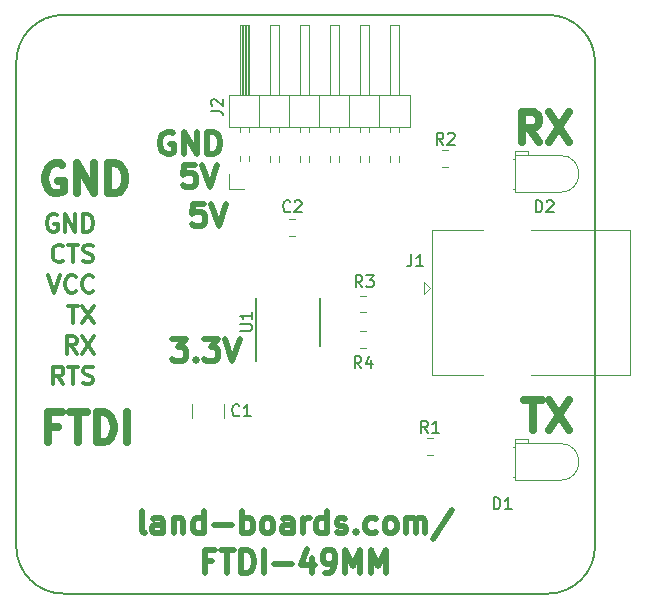
<source format=gto>
G04 #@! TF.GenerationSoftware,KiCad,Pcbnew,(5.1.5)-3*
G04 #@! TF.CreationDate,2020-05-21T16:35:35-04:00*
G04 #@! TF.ProjectId,FTDI-USB-TTL-49MM,46544449-2d55-4534-922d-54544c2d3439,1*
G04 #@! TF.SameCoordinates,Original*
G04 #@! TF.FileFunction,Legend,Top*
G04 #@! TF.FilePolarity,Positive*
%FSLAX46Y46*%
G04 Gerber Fmt 4.6, Leading zero omitted, Abs format (unit mm)*
G04 Created by KiCad (PCBNEW (5.1.5)-3) date 2020-05-21 16:35:35*
%MOMM*%
%LPD*%
G04 APERTURE LIST*
%ADD10C,0.368300*%
%ADD11C,0.476250*%
%ADD12C,0.635000*%
%ADD13C,0.120000*%
%ADD14C,0.150000*%
G04 APERTURE END LIST*
D10*
X3429090Y-16960850D02*
X3288785Y-16890697D01*
X3078328Y-16890697D01*
X2867871Y-16960850D01*
X2727566Y-17101154D01*
X2657414Y-17241459D01*
X2587262Y-17522069D01*
X2587262Y-17732526D01*
X2657414Y-18013135D01*
X2727566Y-18153440D01*
X2867871Y-18293745D01*
X3078328Y-18363897D01*
X3218633Y-18363897D01*
X3429090Y-18293745D01*
X3499243Y-18223592D01*
X3499243Y-17732526D01*
X3218633Y-17732526D01*
X4130614Y-18363897D02*
X4130614Y-16890697D01*
X4972443Y-18363897D01*
X4972443Y-16890697D01*
X5673966Y-18363897D02*
X5673966Y-16890697D01*
X6024728Y-16890697D01*
X6235185Y-16960850D01*
X6375490Y-17101154D01*
X6445643Y-17241459D01*
X6515795Y-17522069D01*
X6515795Y-17732526D01*
X6445643Y-18013135D01*
X6375490Y-18153440D01*
X6235185Y-18293745D01*
X6024728Y-18363897D01*
X5673966Y-18363897D01*
X3990309Y-20801692D02*
X3920157Y-20871845D01*
X3709700Y-20941997D01*
X3569395Y-20941997D01*
X3358938Y-20871845D01*
X3218633Y-20731540D01*
X3148481Y-20591235D01*
X3078328Y-20310626D01*
X3078328Y-20100169D01*
X3148481Y-19819559D01*
X3218633Y-19679254D01*
X3358938Y-19538950D01*
X3569395Y-19468797D01*
X3709700Y-19468797D01*
X3920157Y-19538950D01*
X3990309Y-19609102D01*
X4411224Y-19468797D02*
X5253052Y-19468797D01*
X4832138Y-20941997D02*
X4832138Y-19468797D01*
X5673966Y-20871845D02*
X5884424Y-20941997D01*
X6235185Y-20941997D01*
X6375490Y-20871845D01*
X6445643Y-20801692D01*
X6515795Y-20661388D01*
X6515795Y-20521083D01*
X6445643Y-20380778D01*
X6375490Y-20310626D01*
X6235185Y-20240473D01*
X5954576Y-20170321D01*
X5814271Y-20100169D01*
X5744119Y-20030016D01*
X5673966Y-19889711D01*
X5673966Y-19749407D01*
X5744119Y-19609102D01*
X5814271Y-19538950D01*
X5954576Y-19468797D01*
X6305338Y-19468797D01*
X6515795Y-19538950D01*
X2727566Y-22046897D02*
X3218633Y-23520097D01*
X3709700Y-22046897D01*
X5042595Y-23379792D02*
X4972443Y-23449945D01*
X4761985Y-23520097D01*
X4621681Y-23520097D01*
X4411224Y-23449945D01*
X4270919Y-23309640D01*
X4200766Y-23169335D01*
X4130614Y-22888726D01*
X4130614Y-22678269D01*
X4200766Y-22397659D01*
X4270919Y-22257354D01*
X4411224Y-22117050D01*
X4621681Y-22046897D01*
X4761985Y-22046897D01*
X4972443Y-22117050D01*
X5042595Y-22187202D01*
X6515795Y-23379792D02*
X6445643Y-23449945D01*
X6235185Y-23520097D01*
X6094881Y-23520097D01*
X5884424Y-23449945D01*
X5744119Y-23309640D01*
X5673966Y-23169335D01*
X5603814Y-22888726D01*
X5603814Y-22678269D01*
X5673966Y-22397659D01*
X5744119Y-22257354D01*
X5884424Y-22117050D01*
X6094881Y-22046897D01*
X6235185Y-22046897D01*
X6445643Y-22117050D01*
X6515795Y-22187202D01*
X4411224Y-24624997D02*
X5253052Y-24624997D01*
X4832138Y-26098197D02*
X4832138Y-24624997D01*
X5603814Y-24624997D02*
X6585947Y-26098197D01*
X6585947Y-24624997D02*
X5603814Y-26098197D01*
X5112747Y-28676297D02*
X4621681Y-27974773D01*
X4270919Y-28676297D02*
X4270919Y-27203097D01*
X4832138Y-27203097D01*
X4972443Y-27273250D01*
X5042595Y-27343402D01*
X5112747Y-27483707D01*
X5112747Y-27694164D01*
X5042595Y-27834469D01*
X4972443Y-27904621D01*
X4832138Y-27974773D01*
X4270919Y-27974773D01*
X5603814Y-27203097D02*
X6585947Y-28676297D01*
X6585947Y-27203097D02*
X5603814Y-28676297D01*
X3990309Y-31254397D02*
X3499243Y-30552873D01*
X3148481Y-31254397D02*
X3148481Y-29781197D01*
X3709700Y-29781197D01*
X3850004Y-29851350D01*
X3920157Y-29921502D01*
X3990309Y-30061807D01*
X3990309Y-30272264D01*
X3920157Y-30412569D01*
X3850004Y-30482721D01*
X3709700Y-30552873D01*
X3148481Y-30552873D01*
X4411224Y-29781197D02*
X5253052Y-29781197D01*
X4832138Y-31254397D02*
X4832138Y-29781197D01*
X5673966Y-31184245D02*
X5884424Y-31254397D01*
X6235185Y-31254397D01*
X6375490Y-31184245D01*
X6445643Y-31114092D01*
X6515795Y-30973788D01*
X6515795Y-30833483D01*
X6445643Y-30693178D01*
X6375490Y-30623026D01*
X6235185Y-30552873D01*
X5954576Y-30482721D01*
X5814271Y-30412569D01*
X5744119Y-30342416D01*
X5673966Y-30202111D01*
X5673966Y-30061807D01*
X5744119Y-29921502D01*
X5814271Y-29851350D01*
X5954576Y-29781197D01*
X6305338Y-29781197D01*
X6515795Y-29851350D01*
D11*
X13280571Y-9969500D02*
X13099142Y-9878785D01*
X12827000Y-9878785D01*
X12554857Y-9969500D01*
X12373428Y-10150928D01*
X12282714Y-10332357D01*
X12192000Y-10695214D01*
X12192000Y-10967357D01*
X12282714Y-11330214D01*
X12373428Y-11511642D01*
X12554857Y-11693071D01*
X12827000Y-11783785D01*
X13008428Y-11783785D01*
X13280571Y-11693071D01*
X13371285Y-11602357D01*
X13371285Y-10967357D01*
X13008428Y-10967357D01*
X14187714Y-11783785D02*
X14187714Y-9878785D01*
X15276285Y-11783785D01*
X15276285Y-9878785D01*
X16183428Y-11783785D02*
X16183428Y-9878785D01*
X16637000Y-9878785D01*
X16909142Y-9969500D01*
X17090571Y-10150928D01*
X17181285Y-10332357D01*
X17272000Y-10695214D01*
X17272000Y-10967357D01*
X17181285Y-11330214D01*
X17090571Y-11511642D01*
X16909142Y-11693071D01*
X16637000Y-11783785D01*
X16183428Y-11783785D01*
X15131142Y-12672785D02*
X14224000Y-12672785D01*
X14133285Y-13579928D01*
X14224000Y-13489214D01*
X14405428Y-13398500D01*
X14859000Y-13398500D01*
X15040428Y-13489214D01*
X15131142Y-13579928D01*
X15221857Y-13761357D01*
X15221857Y-14214928D01*
X15131142Y-14396357D01*
X15040428Y-14487071D01*
X14859000Y-14577785D01*
X14405428Y-14577785D01*
X14224000Y-14487071D01*
X14133285Y-14396357D01*
X15766142Y-12672785D02*
X16401142Y-14577785D01*
X17036142Y-12672785D01*
X10876642Y-43898910D02*
X10695214Y-43808196D01*
X10604499Y-43626767D01*
X10604499Y-41993910D01*
X12418785Y-43898910D02*
X12418785Y-42901053D01*
X12328071Y-42719625D01*
X12146642Y-42628910D01*
X11783785Y-42628910D01*
X11602357Y-42719625D01*
X12418785Y-43808196D02*
X12237357Y-43898910D01*
X11783785Y-43898910D01*
X11602357Y-43808196D01*
X11511642Y-43626767D01*
X11511642Y-43445339D01*
X11602357Y-43263910D01*
X11783785Y-43173196D01*
X12237357Y-43173196D01*
X12418785Y-43082482D01*
X13325928Y-42628910D02*
X13325928Y-43898910D01*
X13325928Y-42810339D02*
X13416642Y-42719625D01*
X13598071Y-42628910D01*
X13870214Y-42628910D01*
X14051642Y-42719625D01*
X14142357Y-42901053D01*
X14142357Y-43898910D01*
X15865928Y-43898910D02*
X15865928Y-41993910D01*
X15865928Y-43808196D02*
X15684499Y-43898910D01*
X15321642Y-43898910D01*
X15140214Y-43808196D01*
X15049499Y-43717482D01*
X14958785Y-43536053D01*
X14958785Y-42991767D01*
X15049499Y-42810339D01*
X15140214Y-42719625D01*
X15321642Y-42628910D01*
X15684499Y-42628910D01*
X15865928Y-42719625D01*
X16773071Y-43173196D02*
X18224499Y-43173196D01*
X19131642Y-43898910D02*
X19131642Y-41993910D01*
X19131642Y-42719625D02*
X19313071Y-42628910D01*
X19675928Y-42628910D01*
X19857357Y-42719625D01*
X19948071Y-42810339D01*
X20038785Y-42991767D01*
X20038785Y-43536053D01*
X19948071Y-43717482D01*
X19857357Y-43808196D01*
X19675928Y-43898910D01*
X19313071Y-43898910D01*
X19131642Y-43808196D01*
X21127357Y-43898910D02*
X20945928Y-43808196D01*
X20855214Y-43717482D01*
X20764500Y-43536053D01*
X20764500Y-42991767D01*
X20855214Y-42810339D01*
X20945928Y-42719625D01*
X21127357Y-42628910D01*
X21399500Y-42628910D01*
X21580928Y-42719625D01*
X21671642Y-42810339D01*
X21762357Y-42991767D01*
X21762357Y-43536053D01*
X21671642Y-43717482D01*
X21580928Y-43808196D01*
X21399500Y-43898910D01*
X21127357Y-43898910D01*
X23395214Y-43898910D02*
X23395214Y-42901053D01*
X23304500Y-42719625D01*
X23123071Y-42628910D01*
X22760214Y-42628910D01*
X22578785Y-42719625D01*
X23395214Y-43808196D02*
X23213785Y-43898910D01*
X22760214Y-43898910D01*
X22578785Y-43808196D01*
X22488071Y-43626767D01*
X22488071Y-43445339D01*
X22578785Y-43263910D01*
X22760214Y-43173196D01*
X23213785Y-43173196D01*
X23395214Y-43082482D01*
X24302357Y-43898910D02*
X24302357Y-42628910D01*
X24302357Y-42991767D02*
X24393071Y-42810339D01*
X24483785Y-42719625D01*
X24665214Y-42628910D01*
X24846642Y-42628910D01*
X26298071Y-43898910D02*
X26298071Y-41993910D01*
X26298071Y-43808196D02*
X26116642Y-43898910D01*
X25753785Y-43898910D01*
X25572357Y-43808196D01*
X25481642Y-43717482D01*
X25390928Y-43536053D01*
X25390928Y-42991767D01*
X25481642Y-42810339D01*
X25572357Y-42719625D01*
X25753785Y-42628910D01*
X26116642Y-42628910D01*
X26298071Y-42719625D01*
X27114500Y-43808196D02*
X27295928Y-43898910D01*
X27658785Y-43898910D01*
X27840214Y-43808196D01*
X27930928Y-43626767D01*
X27930928Y-43536053D01*
X27840214Y-43354625D01*
X27658785Y-43263910D01*
X27386642Y-43263910D01*
X27205214Y-43173196D01*
X27114500Y-42991767D01*
X27114500Y-42901053D01*
X27205214Y-42719625D01*
X27386642Y-42628910D01*
X27658785Y-42628910D01*
X27840214Y-42719625D01*
X28747357Y-43717482D02*
X28838071Y-43808196D01*
X28747357Y-43898910D01*
X28656642Y-43808196D01*
X28747357Y-43717482D01*
X28747357Y-43898910D01*
X30470928Y-43808196D02*
X30289500Y-43898910D01*
X29926642Y-43898910D01*
X29745214Y-43808196D01*
X29654500Y-43717482D01*
X29563785Y-43536053D01*
X29563785Y-42991767D01*
X29654500Y-42810339D01*
X29745214Y-42719625D01*
X29926642Y-42628910D01*
X30289500Y-42628910D01*
X30470928Y-42719625D01*
X31559500Y-43898910D02*
X31378071Y-43808196D01*
X31287357Y-43717482D01*
X31196642Y-43536053D01*
X31196642Y-42991767D01*
X31287357Y-42810339D01*
X31378071Y-42719625D01*
X31559500Y-42628910D01*
X31831642Y-42628910D01*
X32013071Y-42719625D01*
X32103785Y-42810339D01*
X32194500Y-42991767D01*
X32194500Y-43536053D01*
X32103785Y-43717482D01*
X32013071Y-43808196D01*
X31831642Y-43898910D01*
X31559500Y-43898910D01*
X33010928Y-43898910D02*
X33010928Y-42628910D01*
X33010928Y-42810339D02*
X33101642Y-42719625D01*
X33283071Y-42628910D01*
X33555214Y-42628910D01*
X33736642Y-42719625D01*
X33827357Y-42901053D01*
X33827357Y-43898910D01*
X33827357Y-42901053D02*
X33918071Y-42719625D01*
X34099500Y-42628910D01*
X34371642Y-42628910D01*
X34553071Y-42719625D01*
X34643785Y-42901053D01*
X34643785Y-43898910D01*
X36911642Y-41903196D02*
X35278785Y-44352482D01*
X16591642Y-46234803D02*
X15956642Y-46234803D01*
X15956642Y-47232660D02*
X15956642Y-45327660D01*
X16863785Y-45327660D01*
X17317357Y-45327660D02*
X18405928Y-45327660D01*
X17861642Y-47232660D02*
X17861642Y-45327660D01*
X19040928Y-47232660D02*
X19040928Y-45327660D01*
X19494500Y-45327660D01*
X19766642Y-45418375D01*
X19948071Y-45599803D01*
X20038785Y-45781232D01*
X20129500Y-46144089D01*
X20129500Y-46416232D01*
X20038785Y-46779089D01*
X19948071Y-46960517D01*
X19766642Y-47141946D01*
X19494500Y-47232660D01*
X19040928Y-47232660D01*
X20945928Y-47232660D02*
X20945928Y-45327660D01*
X21853071Y-46506946D02*
X23304500Y-46506946D01*
X25028071Y-45962660D02*
X25028071Y-47232660D01*
X24574500Y-45236946D02*
X24120928Y-46597660D01*
X25300214Y-46597660D01*
X26116642Y-47232660D02*
X26479500Y-47232660D01*
X26660928Y-47141946D01*
X26751642Y-47051232D01*
X26933071Y-46779089D01*
X27023785Y-46416232D01*
X27023785Y-45690517D01*
X26933071Y-45509089D01*
X26842357Y-45418375D01*
X26660928Y-45327660D01*
X26298071Y-45327660D01*
X26116642Y-45418375D01*
X26025928Y-45509089D01*
X25935214Y-45690517D01*
X25935214Y-46144089D01*
X26025928Y-46325517D01*
X26116642Y-46416232D01*
X26298071Y-46506946D01*
X26660928Y-46506946D01*
X26842357Y-46416232D01*
X26933071Y-46325517D01*
X27023785Y-46144089D01*
X27840214Y-47232660D02*
X27840214Y-45327660D01*
X28475214Y-46688375D01*
X29110214Y-45327660D01*
X29110214Y-47232660D01*
X30017357Y-47232660D02*
X30017357Y-45327660D01*
X30652357Y-46688375D01*
X31287357Y-45327660D01*
X31287357Y-47232660D01*
X13189857Y-27404785D02*
X14369142Y-27404785D01*
X13734142Y-28130500D01*
X14006285Y-28130500D01*
X14187714Y-28221214D01*
X14278428Y-28311928D01*
X14369142Y-28493357D01*
X14369142Y-28946928D01*
X14278428Y-29128357D01*
X14187714Y-29219071D01*
X14006285Y-29309785D01*
X13462000Y-29309785D01*
X13280571Y-29219071D01*
X13189857Y-29128357D01*
X15185571Y-29128357D02*
X15276285Y-29219071D01*
X15185571Y-29309785D01*
X15094857Y-29219071D01*
X15185571Y-29128357D01*
X15185571Y-29309785D01*
X15911285Y-27404785D02*
X17090571Y-27404785D01*
X16455571Y-28130500D01*
X16727714Y-28130500D01*
X16909142Y-28221214D01*
X16999857Y-28311928D01*
X17090571Y-28493357D01*
X17090571Y-28946928D01*
X16999857Y-29128357D01*
X16909142Y-29219071D01*
X16727714Y-29309785D01*
X16183428Y-29309785D01*
X16002000Y-29219071D01*
X15911285Y-29128357D01*
X17634857Y-27404785D02*
X18269857Y-29309785D01*
X18904857Y-27404785D01*
X15893142Y-15974785D02*
X14986000Y-15974785D01*
X14895285Y-16881928D01*
X14986000Y-16791214D01*
X15167428Y-16700500D01*
X15621000Y-16700500D01*
X15802428Y-16791214D01*
X15893142Y-16881928D01*
X15983857Y-17063357D01*
X15983857Y-17516928D01*
X15893142Y-17698357D01*
X15802428Y-17789071D01*
X15621000Y-17879785D01*
X15167428Y-17879785D01*
X14986000Y-17789071D01*
X14895285Y-17698357D01*
X16528142Y-15974785D02*
X17163142Y-17879785D01*
X17798142Y-15974785D01*
D12*
X3540276Y-34870571D02*
X2693609Y-34870571D01*
X2693609Y-36201047D02*
X2693609Y-33661047D01*
X3903133Y-33661047D01*
X4507895Y-33661047D02*
X5959323Y-33661047D01*
X5233609Y-36201047D02*
X5233609Y-33661047D01*
X6805990Y-36201047D02*
X6805990Y-33661047D01*
X7410752Y-33661047D01*
X7773609Y-33782000D01*
X8015514Y-34023904D01*
X8136466Y-34265809D01*
X8257419Y-34749619D01*
X8257419Y-35112476D01*
X8136466Y-35596285D01*
X8015514Y-35838190D01*
X7773609Y-36080095D01*
X7410752Y-36201047D01*
X6805990Y-36201047D01*
X9345990Y-36201047D02*
X9345990Y-33661047D01*
X3906761Y-12700000D02*
X3664857Y-12579047D01*
X3302000Y-12579047D01*
X2939142Y-12700000D01*
X2697238Y-12941904D01*
X2576285Y-13183809D01*
X2455333Y-13667619D01*
X2455333Y-14030476D01*
X2576285Y-14514285D01*
X2697238Y-14756190D01*
X2939142Y-14998095D01*
X3302000Y-15119047D01*
X3543904Y-15119047D01*
X3906761Y-14998095D01*
X4027714Y-14877142D01*
X4027714Y-14030476D01*
X3543904Y-14030476D01*
X5116285Y-15119047D02*
X5116285Y-12579047D01*
X6567714Y-15119047D01*
X6567714Y-12579047D01*
X7777238Y-15119047D02*
X7777238Y-12579047D01*
X8382000Y-12579047D01*
X8744857Y-12700000D01*
X8986761Y-12941904D01*
X9107714Y-13183809D01*
X9228666Y-13667619D01*
X9228666Y-14030476D01*
X9107714Y-14514285D01*
X8986761Y-14756190D01*
X8744857Y-14998095D01*
X8382000Y-15119047D01*
X7777238Y-15119047D01*
X43022761Y-32645047D02*
X44474190Y-32645047D01*
X43748476Y-35185047D02*
X43748476Y-32645047D01*
X45078952Y-32645047D02*
X46772285Y-35185047D01*
X46772285Y-32645047D02*
X45078952Y-35185047D01*
X44280666Y-10801047D02*
X43434000Y-9591523D01*
X42829238Y-10801047D02*
X42829238Y-8261047D01*
X43796857Y-8261047D01*
X44038761Y-8382000D01*
X44159714Y-8502952D01*
X44280666Y-8744857D01*
X44280666Y-9107714D01*
X44159714Y-9349619D01*
X44038761Y-9470571D01*
X43796857Y-9591523D01*
X42829238Y-9591523D01*
X45127333Y-8261047D02*
X46820666Y-10801047D01*
X46820666Y-8261047D02*
X45127333Y-10801047D01*
D13*
X46070000Y-36286000D02*
G75*
G02X46070000Y-39406000I0J-1560000D01*
G01*
X42210000Y-39406000D02*
X46070000Y-39406000D01*
X42210000Y-36286000D02*
X46070000Y-36286000D01*
X42210000Y-39406000D02*
X42210000Y-36286000D01*
X42210000Y-35886000D02*
X43330000Y-35886000D01*
X43330000Y-35886000D02*
X43330000Y-36286000D01*
X43330000Y-36286000D02*
X42210000Y-36286000D01*
X42210000Y-36286000D02*
X42210000Y-35886000D01*
X42080000Y-39116000D02*
X42210000Y-39116000D01*
X42210000Y-39116000D02*
X42210000Y-39116000D01*
X42210000Y-39116000D02*
X42080000Y-39116000D01*
X42080000Y-39116000D02*
X42080000Y-39116000D01*
X42080000Y-36576000D02*
X42210000Y-36576000D01*
X42210000Y-36576000D02*
X42210000Y-36576000D01*
X42210000Y-36576000D02*
X42080000Y-36576000D01*
X42080000Y-36576000D02*
X42080000Y-36576000D01*
D14*
X4000000Y0D02*
G75*
G03X0Y-4000000I0J-4000000D01*
G01*
X49000000Y-4000000D02*
G75*
G03X45000000Y0I-4000000J0D01*
G01*
X45000000Y-49000000D02*
G75*
G03X49000000Y-45000000I0J4000000D01*
G01*
X0Y-45000000D02*
G75*
G03X4000000Y-49000000I4000000J0D01*
G01*
X49000000Y-45000000D02*
X49000000Y-4000000D01*
X45000000Y0D02*
X4000000Y0D01*
X0Y-4000000D02*
X0Y-45000000D01*
X4000000Y-49000000D02*
X45000000Y-49000000D01*
D13*
X17616000Y-32925936D02*
X17616000Y-34130064D01*
X14896000Y-32925936D02*
X14896000Y-34130064D01*
X23629252Y-18710000D02*
X23106748Y-18710000D01*
X23629252Y-17290000D02*
X23106748Y-17290000D01*
X39490000Y-18204000D02*
X35230000Y-18204000D01*
X35230000Y-18204000D02*
X35230000Y-30524000D01*
X35230000Y-30524000D02*
X39490000Y-30524000D01*
X43590000Y-18204000D02*
X51950000Y-18204000D01*
X51950000Y-18204000D02*
X51950000Y-30524000D01*
X51950000Y-30524000D02*
X43590000Y-30524000D01*
X35010000Y-23114000D02*
X34510000Y-22614000D01*
X34510000Y-22614000D02*
X34510000Y-23614000D01*
X34510000Y-23614000D02*
X35010000Y-23114000D01*
X34738748Y-37286000D02*
X35261252Y-37286000D01*
X34738748Y-35866000D02*
X35261252Y-35866000D01*
X36060748Y-11482000D02*
X36583252Y-11482000D01*
X36060748Y-12902000D02*
X36583252Y-12902000D01*
D14*
X25675000Y-28000000D02*
X25675000Y-24000000D01*
X20275000Y-29275000D02*
X20275000Y-24000000D01*
D13*
X42080000Y-12190000D02*
X42080000Y-12190000D01*
X42210000Y-12190000D02*
X42080000Y-12190000D01*
X42210000Y-12190000D02*
X42210000Y-12190000D01*
X42080000Y-12190000D02*
X42210000Y-12190000D01*
X42080000Y-14730000D02*
X42080000Y-14730000D01*
X42210000Y-14730000D02*
X42080000Y-14730000D01*
X42210000Y-14730000D02*
X42210000Y-14730000D01*
X42080000Y-14730000D02*
X42210000Y-14730000D01*
X42210000Y-11900000D02*
X42210000Y-11500000D01*
X43330000Y-11900000D02*
X42210000Y-11900000D01*
X43330000Y-11500000D02*
X43330000Y-11900000D01*
X42210000Y-11500000D02*
X43330000Y-11500000D01*
X42210000Y-15020000D02*
X42210000Y-11900000D01*
X42210000Y-11900000D02*
X46070000Y-11900000D01*
X42210000Y-15020000D02*
X46070000Y-15020000D01*
X46070000Y-11900000D02*
G75*
G02X46070000Y-15020000I0J-1560000D01*
G01*
X29636253Y-25185001D02*
X29113749Y-25185001D01*
X29636253Y-23765001D02*
X29113749Y-23765001D01*
X29636253Y-26790000D02*
X29113749Y-26790000D01*
X29636253Y-28210000D02*
X29113749Y-28210000D01*
X17974000Y-9482000D02*
X33334000Y-9482000D01*
X33334000Y-9482000D02*
X33334000Y-6822000D01*
X33334000Y-6822000D02*
X17974000Y-6822000D01*
X17974000Y-6822000D02*
X17974000Y-9482000D01*
X18924000Y-6822000D02*
X18924000Y-822000D01*
X18924000Y-822000D02*
X19684000Y-822000D01*
X19684000Y-822000D02*
X19684000Y-6822000D01*
X18984000Y-6822000D02*
X18984000Y-822000D01*
X19104000Y-6822000D02*
X19104000Y-822000D01*
X19224000Y-6822000D02*
X19224000Y-822000D01*
X19344000Y-6822000D02*
X19344000Y-822000D01*
X19464000Y-6822000D02*
X19464000Y-822000D01*
X19584000Y-6822000D02*
X19584000Y-822000D01*
X18924000Y-9879071D02*
X18924000Y-9482000D01*
X19684000Y-9879071D02*
X19684000Y-9482000D01*
X18924000Y-12352000D02*
X18924000Y-11964929D01*
X19684000Y-12352000D02*
X19684000Y-11964929D01*
X20574000Y-9482000D02*
X20574000Y-6822000D01*
X21464000Y-6822000D02*
X21464000Y-822000D01*
X21464000Y-822000D02*
X22224000Y-822000D01*
X22224000Y-822000D02*
X22224000Y-6822000D01*
X21464000Y-9879071D02*
X21464000Y-9482000D01*
X22224000Y-9879071D02*
X22224000Y-9482000D01*
X21464000Y-12419071D02*
X21464000Y-11964929D01*
X22224000Y-12419071D02*
X22224000Y-11964929D01*
X23114000Y-9482000D02*
X23114000Y-6822000D01*
X24004000Y-6822000D02*
X24004000Y-822000D01*
X24004000Y-822000D02*
X24764000Y-822000D01*
X24764000Y-822000D02*
X24764000Y-6822000D01*
X24004000Y-9879071D02*
X24004000Y-9482000D01*
X24764000Y-9879071D02*
X24764000Y-9482000D01*
X24004000Y-12419071D02*
X24004000Y-11964929D01*
X24764000Y-12419071D02*
X24764000Y-11964929D01*
X25654000Y-9482000D02*
X25654000Y-6822000D01*
X26544000Y-6822000D02*
X26544000Y-822000D01*
X26544000Y-822000D02*
X27304000Y-822000D01*
X27304000Y-822000D02*
X27304000Y-6822000D01*
X26544000Y-9879071D02*
X26544000Y-9482000D01*
X27304000Y-9879071D02*
X27304000Y-9482000D01*
X26544000Y-12419071D02*
X26544000Y-11964929D01*
X27304000Y-12419071D02*
X27304000Y-11964929D01*
X28194000Y-9482000D02*
X28194000Y-6822000D01*
X29084000Y-6822000D02*
X29084000Y-822000D01*
X29084000Y-822000D02*
X29844000Y-822000D01*
X29844000Y-822000D02*
X29844000Y-6822000D01*
X29084000Y-9879071D02*
X29084000Y-9482000D01*
X29844000Y-9879071D02*
X29844000Y-9482000D01*
X29084000Y-12419071D02*
X29084000Y-11964929D01*
X29844000Y-12419071D02*
X29844000Y-11964929D01*
X30734000Y-9482000D02*
X30734000Y-6822000D01*
X31624000Y-6822000D02*
X31624000Y-822000D01*
X31624000Y-822000D02*
X32384000Y-822000D01*
X32384000Y-822000D02*
X32384000Y-6822000D01*
X31624000Y-9879071D02*
X31624000Y-9482000D01*
X32384000Y-9879071D02*
X32384000Y-9482000D01*
X31624000Y-12419071D02*
X31624000Y-11964929D01*
X32384000Y-12419071D02*
X32384000Y-11964929D01*
X19304000Y-14732000D02*
X18034000Y-14732000D01*
X18034000Y-14732000D02*
X18034000Y-13462000D01*
D14*
X40409904Y-41854380D02*
X40409904Y-40854380D01*
X40648000Y-40854380D01*
X40790857Y-40902000D01*
X40886095Y-40997238D01*
X40933714Y-41092476D01*
X40981333Y-41282952D01*
X40981333Y-41425809D01*
X40933714Y-41616285D01*
X40886095Y-41711523D01*
X40790857Y-41806761D01*
X40648000Y-41854380D01*
X40409904Y-41854380D01*
X41933714Y-41854380D02*
X41362285Y-41854380D01*
X41648000Y-41854380D02*
X41648000Y-40854380D01*
X41552761Y-40997238D01*
X41457523Y-41092476D01*
X41362285Y-41140095D01*
X18883333Y-33885142D02*
X18835714Y-33932761D01*
X18692857Y-33980380D01*
X18597619Y-33980380D01*
X18454761Y-33932761D01*
X18359523Y-33837523D01*
X18311904Y-33742285D01*
X18264285Y-33551809D01*
X18264285Y-33408952D01*
X18311904Y-33218476D01*
X18359523Y-33123238D01*
X18454761Y-33028000D01*
X18597619Y-32980380D01*
X18692857Y-32980380D01*
X18835714Y-33028000D01*
X18883333Y-33075619D01*
X19835714Y-33980380D02*
X19264285Y-33980380D01*
X19550000Y-33980380D02*
X19550000Y-32980380D01*
X19454761Y-33123238D01*
X19359523Y-33218476D01*
X19264285Y-33266095D01*
X23201333Y-16613142D02*
X23153714Y-16660761D01*
X23010857Y-16708380D01*
X22915619Y-16708380D01*
X22772761Y-16660761D01*
X22677523Y-16565523D01*
X22629904Y-16470285D01*
X22582285Y-16279809D01*
X22582285Y-16136952D01*
X22629904Y-15946476D01*
X22677523Y-15851238D01*
X22772761Y-15756000D01*
X22915619Y-15708380D01*
X23010857Y-15708380D01*
X23153714Y-15756000D01*
X23201333Y-15803619D01*
X23582285Y-15803619D02*
X23629904Y-15756000D01*
X23725142Y-15708380D01*
X23963238Y-15708380D01*
X24058476Y-15756000D01*
X24106095Y-15803619D01*
X24153714Y-15898857D01*
X24153714Y-15994095D01*
X24106095Y-16136952D01*
X23534666Y-16708380D01*
X24153714Y-16708380D01*
X33448666Y-20280380D02*
X33448666Y-20994666D01*
X33401047Y-21137523D01*
X33305809Y-21232761D01*
X33162952Y-21280380D01*
X33067714Y-21280380D01*
X34448666Y-21280380D02*
X33877238Y-21280380D01*
X34162952Y-21280380D02*
X34162952Y-20280380D01*
X34067714Y-20423238D01*
X33972476Y-20518476D01*
X33877238Y-20566095D01*
X34833333Y-35378380D02*
X34500000Y-34902190D01*
X34261904Y-35378380D02*
X34261904Y-34378380D01*
X34642857Y-34378380D01*
X34738095Y-34426000D01*
X34785714Y-34473619D01*
X34833333Y-34568857D01*
X34833333Y-34711714D01*
X34785714Y-34806952D01*
X34738095Y-34854571D01*
X34642857Y-34902190D01*
X34261904Y-34902190D01*
X35785714Y-35378380D02*
X35214285Y-35378380D01*
X35500000Y-35378380D02*
X35500000Y-34378380D01*
X35404761Y-34521238D01*
X35309523Y-34616476D01*
X35214285Y-34664095D01*
X36155333Y-10994380D02*
X35822000Y-10518190D01*
X35583904Y-10994380D02*
X35583904Y-9994380D01*
X35964857Y-9994380D01*
X36060095Y-10042000D01*
X36107714Y-10089619D01*
X36155333Y-10184857D01*
X36155333Y-10327714D01*
X36107714Y-10422952D01*
X36060095Y-10470571D01*
X35964857Y-10518190D01*
X35583904Y-10518190D01*
X36536285Y-10089619D02*
X36583904Y-10042000D01*
X36679142Y-9994380D01*
X36917238Y-9994380D01*
X37012476Y-10042000D01*
X37060095Y-10089619D01*
X37107714Y-10184857D01*
X37107714Y-10280095D01*
X37060095Y-10422952D01*
X36488666Y-10994380D01*
X37107714Y-10994380D01*
X18952380Y-26761904D02*
X19761904Y-26761904D01*
X19857142Y-26714285D01*
X19904761Y-26666666D01*
X19952380Y-26571428D01*
X19952380Y-26380952D01*
X19904761Y-26285714D01*
X19857142Y-26238095D01*
X19761904Y-26190476D01*
X18952380Y-26190476D01*
X19952380Y-25190476D02*
X19952380Y-25761904D01*
X19952380Y-25476190D02*
X18952380Y-25476190D01*
X19095238Y-25571428D01*
X19190476Y-25666666D01*
X19238095Y-25761904D01*
X43965904Y-16708380D02*
X43965904Y-15708380D01*
X44204000Y-15708380D01*
X44346857Y-15756000D01*
X44442095Y-15851238D01*
X44489714Y-15946476D01*
X44537333Y-16136952D01*
X44537333Y-16279809D01*
X44489714Y-16470285D01*
X44442095Y-16565523D01*
X44346857Y-16660761D01*
X44204000Y-16708380D01*
X43965904Y-16708380D01*
X44918285Y-15803619D02*
X44965904Y-15756000D01*
X45061142Y-15708380D01*
X45299238Y-15708380D01*
X45394476Y-15756000D01*
X45442095Y-15803619D01*
X45489714Y-15898857D01*
X45489714Y-15994095D01*
X45442095Y-16136952D01*
X44870666Y-16708380D01*
X45489714Y-16708380D01*
X29297333Y-23058380D02*
X28964000Y-22582190D01*
X28725904Y-23058380D02*
X28725904Y-22058380D01*
X29106857Y-22058380D01*
X29202095Y-22106000D01*
X29249714Y-22153619D01*
X29297333Y-22248857D01*
X29297333Y-22391714D01*
X29249714Y-22486952D01*
X29202095Y-22534571D01*
X29106857Y-22582190D01*
X28725904Y-22582190D01*
X29630666Y-22058380D02*
X30249714Y-22058380D01*
X29916380Y-22439333D01*
X30059238Y-22439333D01*
X30154476Y-22486952D01*
X30202095Y-22534571D01*
X30249714Y-22629809D01*
X30249714Y-22867904D01*
X30202095Y-22963142D01*
X30154476Y-23010761D01*
X30059238Y-23058380D01*
X29773523Y-23058380D01*
X29678285Y-23010761D01*
X29630666Y-22963142D01*
X29208334Y-29916380D02*
X28875001Y-29440190D01*
X28636905Y-29916380D02*
X28636905Y-28916380D01*
X29017858Y-28916380D01*
X29113096Y-28964000D01*
X29160715Y-29011619D01*
X29208334Y-29106857D01*
X29208334Y-29249714D01*
X29160715Y-29344952D01*
X29113096Y-29392571D01*
X29017858Y-29440190D01*
X28636905Y-29440190D01*
X30065477Y-29249714D02*
X30065477Y-29916380D01*
X29827381Y-28868761D02*
X29589286Y-29583047D01*
X30208334Y-29583047D01*
X16486380Y-8140333D02*
X17200666Y-8140333D01*
X17343523Y-8187952D01*
X17438761Y-8283190D01*
X17486380Y-8426047D01*
X17486380Y-8521285D01*
X16581619Y-7711761D02*
X16534000Y-7664142D01*
X16486380Y-7568904D01*
X16486380Y-7330809D01*
X16534000Y-7235571D01*
X16581619Y-7187952D01*
X16676857Y-7140333D01*
X16772095Y-7140333D01*
X16914952Y-7187952D01*
X17486380Y-7759380D01*
X17486380Y-7140333D01*
M02*

</source>
